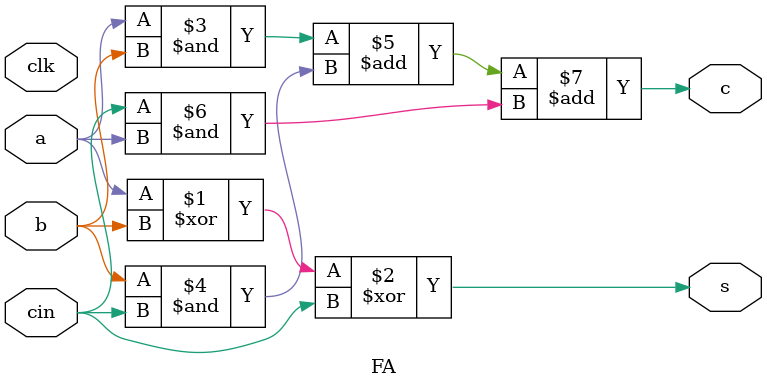
<source format=v>
module FA(clk, a, b, cin, s, c);
    input clk;
    input a, b, cin;
    output  s, c;
    assign   s = (a ^ b ^ cin);
    assign   c = ( a & b ) + ( b & cin ) + ( cin & a );
endmodule
</source>
